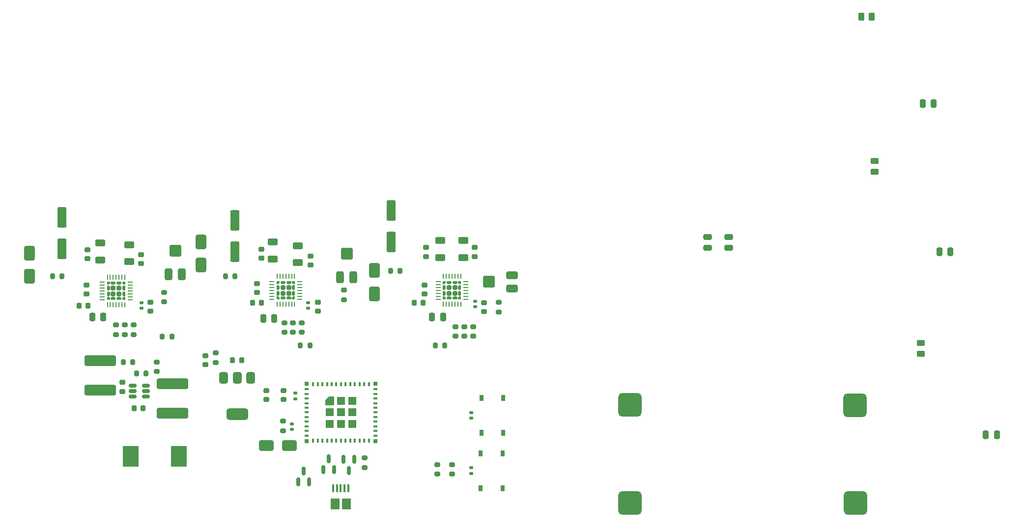
<source format=gbr>
%TF.GenerationSoftware,KiCad,Pcbnew,9.0.0*%
%TF.CreationDate,2025-05-09T16:43:10-07:00*%
%TF.ProjectId,Motor_Controller_Board_v1,4d6f746f-725f-4436-9f6e-74726f6c6c65,v1*%
%TF.SameCoordinates,Original*%
%TF.FileFunction,Paste,Top*%
%TF.FilePolarity,Positive*%
%FSLAX46Y46*%
G04 Gerber Fmt 4.6, Leading zero omitted, Abs format (unit mm)*
G04 Created by KiCad (PCBNEW 9.0.0) date 2025-05-09 16:43:10*
%MOMM*%
%LPD*%
G01*
G04 APERTURE LIST*
G04 Aperture macros list*
%AMRoundRect*
0 Rectangle with rounded corners*
0 $1 Rounding radius*
0 $2 $3 $4 $5 $6 $7 $8 $9 X,Y pos of 4 corners*
0 Add a 4 corners polygon primitive as box body*
4,1,4,$2,$3,$4,$5,$6,$7,$8,$9,$2,$3,0*
0 Add four circle primitives for the rounded corners*
1,1,$1+$1,$2,$3*
1,1,$1+$1,$4,$5*
1,1,$1+$1,$6,$7*
1,1,$1+$1,$8,$9*
0 Add four rect primitives between the rounded corners*
20,1,$1+$1,$2,$3,$4,$5,0*
20,1,$1+$1,$4,$5,$6,$7,0*
20,1,$1+$1,$6,$7,$8,$9,0*
20,1,$1+$1,$8,$9,$2,$3,0*%
%AMFreePoly0*
4,1,19,0.197042,0.235489,0.244234,0.181026,0.255792,0.127896,0.255792,0.037322,0.235489,-0.031824,0.218332,-0.053114,0.053114,-0.218332,-0.010136,-0.252869,-0.037322,-0.255792,-0.127896,-0.255792,-0.197042,-0.235489,-0.244234,-0.181026,-0.255792,-0.127896,-0.255792,0.127896,-0.235489,0.197042,-0.181026,0.244234,-0.127896,0.255792,0.127896,0.255792,0.197042,0.235489,0.197042,0.235489,
$1*%
%AMFreePoly1*
4,1,21,0.065849,0.388965,0.087139,0.371808,0.218332,0.240614,0.252869,0.177364,0.255792,0.150178,0.255792,-0.150178,0.235489,-0.219324,0.218332,-0.240614,0.087139,-0.371808,0.023890,-0.406345,-0.003297,-0.409268,-0.127896,-0.409268,-0.197042,-0.388965,-0.244234,-0.334502,-0.255792,-0.281372,-0.255792,0.281372,-0.235489,0.350518,-0.181026,0.397710,-0.127896,0.409268,-0.003297,0.409268,
0.065849,0.388965,0.065849,0.388965,$1*%
%AMFreePoly2*
4,1,19,0.031824,0.235489,0.053114,0.218332,0.218332,0.053114,0.252869,-0.010136,0.255792,-0.037322,0.255792,-0.127896,0.235489,-0.197042,0.181026,-0.244234,0.127896,-0.255792,-0.127896,-0.255792,-0.197042,-0.235489,-0.244234,-0.181026,-0.255792,-0.127896,-0.255792,0.127896,-0.235489,0.197042,-0.181026,0.244234,-0.127896,0.255792,-0.037322,0.255792,0.031824,0.235489,0.031824,0.235489,
$1*%
%AMFreePoly3*
4,1,21,0.350518,0.235489,0.397710,0.181026,0.409268,0.127896,0.409268,0.003297,0.388965,-0.065849,0.371808,-0.087139,0.240614,-0.218332,0.177364,-0.252869,0.150178,-0.255792,-0.150178,-0.255792,-0.219324,-0.235489,-0.240614,-0.218332,-0.371808,-0.087139,-0.406345,-0.023890,-0.409268,0.003297,-0.409268,0.127896,-0.388965,0.197042,-0.334502,0.244234,-0.281372,0.255792,0.281372,0.255792,
0.350518,0.235489,0.350518,0.235489,$1*%
%AMFreePoly4*
4,1,25,0.252563,0.389951,0.272819,0.373627,0.373627,0.272819,0.406487,0.212641,0.409268,0.186775,0.409268,-0.186775,0.389951,-0.252563,0.373627,-0.272819,0.272819,-0.373627,0.212641,-0.406487,0.186775,-0.409268,-0.186775,-0.409268,-0.252563,-0.389951,-0.272819,-0.373627,-0.373627,-0.272819,-0.406487,-0.212641,-0.409268,-0.186775,-0.409268,0.186775,-0.389951,0.252563,-0.373627,0.272819,
-0.272819,0.373627,-0.212641,0.406487,-0.186775,0.409268,0.186775,0.409268,0.252563,0.389951,0.252563,0.389951,$1*%
%AMFreePoly5*
4,1,21,0.219324,0.235489,0.240614,0.218332,0.371808,0.087139,0.406345,0.023890,0.409268,-0.003297,0.409268,-0.127896,0.388965,-0.197042,0.334502,-0.244234,0.281372,-0.255792,-0.281372,-0.255792,-0.350518,-0.235489,-0.397710,-0.181026,-0.409268,-0.127896,-0.409268,-0.003297,-0.388965,0.065849,-0.371808,0.087139,-0.240614,0.218332,-0.177364,0.252869,-0.150178,0.255792,0.150178,0.255792,
0.219324,0.235489,0.219324,0.235489,$1*%
%AMFreePoly6*
4,1,19,0.197042,0.235489,0.244234,0.181026,0.255792,0.127896,0.255792,-0.127896,0.235489,-0.197042,0.181026,-0.244234,0.127896,-0.255792,0.037322,-0.255792,-0.031824,-0.235489,-0.053114,-0.218332,-0.218332,-0.053114,-0.252869,0.010136,-0.255792,0.037322,-0.255792,0.127896,-0.235489,0.197042,-0.181026,0.244234,-0.127896,0.255792,0.127896,0.255792,0.197042,0.235489,0.197042,0.235489,
$1*%
%AMFreePoly7*
4,1,21,0.197042,0.388965,0.244234,0.334502,0.255792,0.281372,0.255792,-0.281372,0.235489,-0.350518,0.181026,-0.397710,0.127896,-0.409268,0.003297,-0.409268,-0.065849,-0.388965,-0.087139,-0.371808,-0.218332,-0.240614,-0.252869,-0.177364,-0.255792,-0.150178,-0.255792,0.150178,-0.235489,0.219324,-0.218332,0.240614,-0.087139,0.371808,-0.023890,0.406345,0.003297,0.409268,0.127896,0.409268,
0.197042,0.388965,0.197042,0.388965,$1*%
%AMFreePoly8*
4,1,19,0.197042,0.235489,0.244234,0.181026,0.255792,0.127896,0.255792,-0.127896,0.235489,-0.197042,0.181026,-0.244234,0.127896,-0.255792,-0.127896,-0.255792,-0.197042,-0.235489,-0.244234,-0.181026,-0.255792,-0.127896,-0.255792,-0.037322,-0.235489,0.031824,-0.218332,0.053114,-0.053114,0.218332,0.010136,0.252869,0.037322,0.255792,0.127896,0.255792,0.197042,0.235489,0.197042,0.235489,
$1*%
%AMFreePoly9*
4,1,6,0.725000,-0.725000,-0.725000,-0.725000,-0.725000,0.125000,-0.125000,0.725000,0.725000,0.725000,0.725000,-0.725000,0.725000,-0.725000,$1*%
G04 Aperture macros list end*
%ADD10RoundRect,0.200000X0.200000X0.275000X-0.200000X0.275000X-0.200000X-0.275000X0.200000X-0.275000X0*%
%ADD11RoundRect,0.250000X0.400000X0.750000X-0.400000X0.750000X-0.400000X-0.750000X0.400000X-0.750000X0*%
%ADD12RoundRect,0.250000X0.750000X0.750000X-0.750000X0.750000X-0.750000X-0.750000X0.750000X-0.750000X0*%
%ADD13RoundRect,0.225000X-0.250000X0.225000X-0.250000X-0.225000X0.250000X-0.225000X0.250000X0.225000X0*%
%ADD14RoundRect,0.200000X0.275000X-0.200000X0.275000X0.200000X-0.275000X0.200000X-0.275000X-0.200000X0*%
%ADD15RoundRect,0.250000X-1.000000X-0.650000X1.000000X-0.650000X1.000000X0.650000X-1.000000X0.650000X0*%
%ADD16RoundRect,0.225000X-0.225000X-0.250000X0.225000X-0.250000X0.225000X0.250000X-0.225000X0.250000X0*%
%ADD17RoundRect,0.150000X0.150000X-0.587500X0.150000X0.587500X-0.150000X0.587500X-0.150000X-0.587500X0*%
%ADD18R,0.750000X1.000000*%
%ADD19RoundRect,0.250000X0.550000X-1.500000X0.550000X1.500000X-0.550000X1.500000X-0.550000X-1.500000X0*%
%ADD20RoundRect,0.140000X0.170000X-0.140000X0.170000X0.140000X-0.170000X0.140000X-0.170000X-0.140000X0*%
%ADD21RoundRect,0.250000X-0.750000X0.400000X-0.750000X-0.400000X0.750000X-0.400000X0.750000X0.400000X0*%
%ADD22RoundRect,0.250000X-0.750000X0.750000X-0.750000X-0.750000X0.750000X-0.750000X0.750000X0.750000X0*%
%ADD23RoundRect,0.225000X0.250000X-0.225000X0.250000X0.225000X-0.250000X0.225000X-0.250000X-0.225000X0*%
%ADD24RoundRect,0.225000X0.225000X0.250000X-0.225000X0.250000X-0.225000X-0.250000X0.225000X-0.250000X0*%
%ADD25RoundRect,0.250000X0.250000X0.475000X-0.250000X0.475000X-0.250000X-0.475000X0.250000X-0.475000X0*%
%ADD26RoundRect,0.250000X-0.650000X1.000000X-0.650000X-1.000000X0.650000X-1.000000X0.650000X1.000000X0*%
%ADD27RoundRect,0.250000X0.625000X-0.312500X0.625000X0.312500X-0.625000X0.312500X-0.625000X-0.312500X0*%
%ADD28RoundRect,0.200000X-0.200000X-0.275000X0.200000X-0.275000X0.200000X0.275000X-0.200000X0.275000X0*%
%ADD29RoundRect,0.140000X-0.170000X0.140000X-0.170000X-0.140000X0.170000X-0.140000X0.170000X0.140000X0*%
%ADD30RoundRect,0.200000X-0.275000X0.200000X-0.275000X-0.200000X0.275000X-0.200000X0.275000X0.200000X0*%
%ADD31RoundRect,0.250000X2.450000X-0.650000X2.450000X0.650000X-2.450000X0.650000X-2.450000X-0.650000X0*%
%ADD32RoundRect,0.218750X0.256250X-0.218750X0.256250X0.218750X-0.256250X0.218750X-0.256250X-0.218750X0*%
%ADD33RoundRect,0.250000X0.650000X-1.000000X0.650000X1.000000X-0.650000X1.000000X-0.650000X-1.000000X0*%
%ADD34FreePoly0,0.000000*%
%ADD35FreePoly1,0.000000*%
%ADD36FreePoly2,0.000000*%
%ADD37FreePoly3,0.000000*%
%ADD38FreePoly4,0.000000*%
%ADD39FreePoly5,0.000000*%
%ADD40FreePoly6,0.000000*%
%ADD41FreePoly7,0.000000*%
%ADD42FreePoly8,0.000000*%
%ADD43RoundRect,0.062500X-0.387500X-0.062500X0.387500X-0.062500X0.387500X0.062500X-0.387500X0.062500X0*%
%ADD44RoundRect,0.062500X-0.062500X-0.387500X0.062500X-0.387500X0.062500X0.387500X-0.062500X0.387500X0*%
%ADD45R,2.700000X3.600000*%
%ADD46R,0.400000X1.350000*%
%ADD47R,1.500000X1.900000*%
%ADD48RoundRect,0.375000X-0.375000X0.625000X-0.375000X-0.625000X0.375000X-0.625000X0.375000X0.625000X0*%
%ADD49RoundRect,0.500000X-1.400000X0.500000X-1.400000X-0.500000X1.400000X-0.500000X1.400000X0.500000X0*%
%ADD50RoundRect,0.150000X0.512500X0.150000X-0.512500X0.150000X-0.512500X-0.150000X0.512500X-0.150000X0*%
%ADD51RoundRect,0.150000X-0.150000X0.587500X-0.150000X-0.587500X0.150000X-0.587500X0.150000X0.587500X0*%
%ADD52R,0.800000X0.400000*%
%ADD53R,0.400000X0.800000*%
%ADD54FreePoly9,0.000000*%
%ADD55R,1.450000X1.450000*%
%ADD56R,0.700000X0.700000*%
%ADD57RoundRect,0.250000X-0.262500X-0.450000X0.262500X-0.450000X0.262500X0.450000X-0.262500X0.450000X0*%
%ADD58RoundRect,0.250000X-0.450000X0.262500X-0.450000X-0.262500X0.450000X-0.262500X0.450000X0.262500X0*%
%ADD59RoundRect,0.600000X-1.400000X-1.400000X1.400000X-1.400000X1.400000X1.400000X-1.400000X1.400000X0*%
%ADD60RoundRect,0.250000X0.475000X-0.250000X0.475000X0.250000X-0.475000X0.250000X-0.475000X-0.250000X0*%
G04 APERTURE END LIST*
D10*
%TO.C,R417*%
X89140000Y-105840000D03*
X87490000Y-105840000D03*
%TD*%
D11*
%TO.C,RV403*%
X109540000Y-105940000D03*
D12*
X108390000Y-101940000D03*
D11*
X107240000Y-105940000D03*
%TD*%
D13*
%TO.C,C414*%
X72940000Y-102040000D03*
X72940000Y-103590000D03*
%TD*%
%TO.C,C203*%
X69740000Y-124115000D03*
X69740000Y-125665000D03*
%TD*%
D14*
%TO.C,R418*%
X99140000Y-115490000D03*
X99140000Y-113840000D03*
%TD*%
D15*
%TO.C,D303*%
X94490000Y-135040000D03*
X98490000Y-135040000D03*
%TD*%
D16*
%TO.C,C205*%
X88715000Y-120290000D03*
X90265000Y-120290000D03*
%TD*%
D11*
%TO.C,RV402*%
X79990000Y-105440000D03*
D12*
X78840000Y-101440000D03*
D11*
X77690000Y-105440000D03*
%TD*%
D17*
%TO.C,D304*%
X99990000Y-141290000D03*
X101890000Y-141290000D03*
X100940000Y-139415000D03*
%TD*%
D18*
%TO.C,SW301*%
X135340000Y-126840000D03*
X135340000Y-132840000D03*
X131590000Y-126840000D03*
X131590000Y-132840000D03*
%TD*%
D19*
%TO.C,C407*%
X116035000Y-99840000D03*
X116035000Y-94440000D03*
%TD*%
D13*
%TO.C,C424*%
X92940000Y-107065000D03*
X92940000Y-108615000D03*
%TD*%
D20*
%TO.C,C409*%
X73040000Y-111320000D03*
X73040000Y-110360000D03*
%TD*%
D21*
%TO.C,RV401*%
X136840000Y-105590000D03*
D22*
X132840000Y-106740000D03*
D21*
X136840000Y-107890000D03*
%TD*%
D23*
%TO.C,C206*%
X94490000Y-127065000D03*
X94490000Y-125515000D03*
%TD*%
D13*
%TO.C,C413*%
X63670000Y-101210000D03*
X63670000Y-102760000D03*
%TD*%
%TO.C,C418*%
X103390000Y-110290000D03*
X103390000Y-111840000D03*
%TD*%
D24*
%TO.C,C403*%
X121520000Y-110340000D03*
X119970000Y-110340000D03*
%TD*%
D19*
%TO.C,C423*%
X89140000Y-101540000D03*
X89140000Y-96140000D03*
%TD*%
D25*
%TO.C,C420*%
X95890000Y-113090000D03*
X93990000Y-113090000D03*
%TD*%
D26*
%TO.C,D401*%
X113190000Y-104815000D03*
X113190000Y-108815000D03*
%TD*%
D27*
%TO.C,R414*%
X65940000Y-102972500D03*
X65940000Y-100047500D03*
%TD*%
D14*
%TO.C,R415*%
X68640000Y-115840000D03*
X68640000Y-114190000D03*
%TD*%
D28*
%TO.C,R419*%
X100390000Y-117740000D03*
X102040000Y-117740000D03*
%TD*%
D14*
%TO.C,R411*%
X70140000Y-115840000D03*
X70140000Y-114190000D03*
%TD*%
D13*
%TO.C,C402*%
X132020000Y-110340000D03*
X132020000Y-111890000D03*
%TD*%
D10*
%TO.C,R402*%
X117595000Y-104840000D03*
X115945000Y-104840000D03*
%TD*%
D14*
%TO.C,R403*%
X128640000Y-116165000D03*
X128640000Y-114515000D03*
%TD*%
D29*
%TO.C,C304*%
X98912000Y-131290000D03*
X98912000Y-132250000D03*
%TD*%
D19*
%TO.C,C415*%
X59340000Y-101040000D03*
X59340000Y-95640000D03*
%TD*%
D30*
%TO.C,R407*%
X76940000Y-108590000D03*
X76940000Y-110240000D03*
%TD*%
%TO.C,R203*%
X75640000Y-120615000D03*
X75640000Y-122265000D03*
%TD*%
D31*
%TO.C,C204*%
X78340000Y-129440000D03*
X78340000Y-124340000D03*
%TD*%
D30*
%TO.C,R412*%
X107940000Y-108190000D03*
X107940000Y-109840000D03*
%TD*%
D20*
%TO.C,C401*%
X130520000Y-111070000D03*
X130520000Y-110110000D03*
%TD*%
D30*
%TO.C,R201*%
X85840000Y-119050000D03*
X85840000Y-120700000D03*
%TD*%
D32*
%TO.C,D201*%
X83990000Y-121077500D03*
X83990000Y-119502500D03*
%TD*%
D30*
%TO.C,R302*%
X126490000Y-138290000D03*
X126490000Y-139940000D03*
%TD*%
D27*
%TO.C,R421*%
X95640000Y-102840000D03*
X95640000Y-99915000D03*
%TD*%
D25*
%TO.C,C412*%
X66420000Y-112840000D03*
X64520000Y-112840000D03*
%TD*%
D33*
%TO.C,D402*%
X53740000Y-105840000D03*
X53740000Y-101840000D03*
%TD*%
D28*
%TO.C,R202*%
X69890000Y-120590000D03*
X71540000Y-120590000D03*
%TD*%
D31*
%TO.C,C202*%
X65940000Y-125440000D03*
X65940000Y-120340000D03*
%TD*%
D33*
%TO.C,D403*%
X83270000Y-103840000D03*
X83270000Y-99840000D03*
%TD*%
D27*
%TO.C,R404*%
X128520000Y-102552500D03*
X128520000Y-99627500D03*
%TD*%
D13*
%TO.C,C421*%
X93640000Y-101135000D03*
X93640000Y-102685000D03*
%TD*%
D30*
%TO.C,R401*%
X134540000Y-110315000D03*
X134540000Y-111965000D03*
%TD*%
D34*
%TO.C,U401*%
X125207500Y-106927500D03*
D35*
X125207500Y-107740000D03*
X125207500Y-108740000D03*
D36*
X125207500Y-109552500D03*
D37*
X126020000Y-106927500D03*
D38*
X126020000Y-107740000D03*
X126020000Y-108740000D03*
D39*
X126020000Y-109552500D03*
D37*
X127020000Y-106927500D03*
D38*
X127020000Y-107740000D03*
X127020000Y-108740000D03*
D39*
X127020000Y-109552500D03*
D40*
X127832500Y-106927500D03*
D41*
X127832500Y-107740000D03*
X127832500Y-108740000D03*
D42*
X127832500Y-109552500D03*
D43*
X124120000Y-106740000D03*
X124120000Y-107240000D03*
X124120000Y-107740000D03*
X124120000Y-108240000D03*
X124120000Y-108740000D03*
X124120000Y-109240000D03*
X124120000Y-109740000D03*
D44*
X125020000Y-110640000D03*
X125520000Y-110640000D03*
X126020000Y-110640000D03*
X126520000Y-110640000D03*
X127020000Y-110640000D03*
X127520000Y-110640000D03*
X128020000Y-110640000D03*
D43*
X128920000Y-109740000D03*
X128920000Y-109240000D03*
X128920000Y-108740000D03*
X128920000Y-108240000D03*
X128920000Y-107740000D03*
X128920000Y-107240000D03*
X128920000Y-106740000D03*
D44*
X128020000Y-105840000D03*
X127520000Y-105840000D03*
X127020000Y-105840000D03*
X126520000Y-105840000D03*
X126020000Y-105840000D03*
X125520000Y-105840000D03*
X125020000Y-105840000D03*
%TD*%
D30*
%TO.C,R303*%
X123980000Y-138290000D03*
X123980000Y-139940000D03*
%TD*%
D45*
%TO.C,L201*%
X71190000Y-136890000D03*
X79490000Y-136890000D03*
%TD*%
D24*
%TO.C,C411*%
X63815000Y-110840000D03*
X62265000Y-110840000D03*
%TD*%
D27*
%TO.C,R420*%
X99930000Y-103440000D03*
X99930000Y-100515000D03*
%TD*%
D46*
%TO.C,J302*%
X106040000Y-142415000D03*
X106690000Y-142415000D03*
X107340000Y-142415000D03*
X107990000Y-142415000D03*
X108640000Y-142415000D03*
D47*
X106340000Y-145115000D03*
X108340000Y-145115000D03*
%TD*%
D29*
%TO.C,C301*%
X99500000Y-125985000D03*
X99500000Y-126945000D03*
%TD*%
D24*
%TO.C,C419*%
X93690000Y-110340000D03*
X92140000Y-110340000D03*
%TD*%
D25*
%TO.C,C404*%
X124970000Y-112840000D03*
X123070000Y-112840000D03*
%TD*%
D14*
%TO.C,R304*%
X111490000Y-138790000D03*
X111490000Y-137140000D03*
%TD*%
D48*
%TO.C,U202*%
X91790000Y-123290000D03*
X89490000Y-123290000D03*
D49*
X89490000Y-129590000D03*
D48*
X87190000Y-123290000D03*
%TD*%
D16*
%TO.C,C201*%
X71715000Y-128540000D03*
X73265000Y-128540000D03*
%TD*%
D29*
%TO.C,C303*%
X129840000Y-129340000D03*
X129840000Y-130300000D03*
%TD*%
D13*
%TO.C,C405*%
X122070000Y-100835000D03*
X122070000Y-102385000D03*
%TD*%
%TO.C,C416*%
X63520000Y-107290000D03*
X63520000Y-108840000D03*
%TD*%
D29*
%TO.C,C305*%
X129840000Y-138840000D03*
X129840000Y-139800000D03*
%TD*%
D14*
%TO.C,R423*%
X100640000Y-115490000D03*
X100640000Y-113840000D03*
%TD*%
D27*
%TO.C,R413*%
X70940000Y-103277500D03*
X70940000Y-100352500D03*
%TD*%
D13*
%TO.C,C406*%
X130460000Y-100845000D03*
X130460000Y-102395000D03*
%TD*%
D34*
%TO.C,U403*%
X96577500Y-106927500D03*
D35*
X96577500Y-107740000D03*
X96577500Y-108740000D03*
D36*
X96577500Y-109552500D03*
D37*
X97390000Y-106927500D03*
D38*
X97390000Y-107740000D03*
X97390000Y-108740000D03*
D39*
X97390000Y-109552500D03*
D37*
X98390000Y-106927500D03*
D38*
X98390000Y-107740000D03*
X98390000Y-108740000D03*
D39*
X98390000Y-109552500D03*
D40*
X99202500Y-106927500D03*
D41*
X99202500Y-107740000D03*
X99202500Y-108740000D03*
D42*
X99202500Y-109552500D03*
D43*
X95490000Y-106740000D03*
X95490000Y-107240000D03*
X95490000Y-107740000D03*
X95490000Y-108240000D03*
X95490000Y-108740000D03*
X95490000Y-109240000D03*
X95490000Y-109740000D03*
D44*
X96390000Y-110640000D03*
X96890000Y-110640000D03*
X97390000Y-110640000D03*
X97890000Y-110640000D03*
X98390000Y-110640000D03*
X98890000Y-110640000D03*
X99390000Y-110640000D03*
D43*
X100290000Y-109740000D03*
X100290000Y-109240000D03*
X100290000Y-108740000D03*
X100290000Y-108240000D03*
X100290000Y-107740000D03*
X100290000Y-107240000D03*
X100290000Y-106740000D03*
D44*
X99390000Y-105840000D03*
X98890000Y-105840000D03*
X98390000Y-105840000D03*
X97890000Y-105840000D03*
X97390000Y-105840000D03*
X96890000Y-105840000D03*
X96390000Y-105840000D03*
%TD*%
D10*
%TO.C,R409*%
X125290000Y-117740000D03*
X123640000Y-117740000D03*
%TD*%
D34*
%TO.C,U402*%
X67327500Y-107027500D03*
D35*
X67327500Y-107840000D03*
X67327500Y-108840000D03*
D36*
X67327500Y-109652500D03*
D37*
X68140000Y-107027500D03*
D38*
X68140000Y-107840000D03*
X68140000Y-108840000D03*
D39*
X68140000Y-109652500D03*
D37*
X69140000Y-107027500D03*
D38*
X69140000Y-107840000D03*
X69140000Y-108840000D03*
D39*
X69140000Y-109652500D03*
D40*
X69952500Y-107027500D03*
D41*
X69952500Y-107840000D03*
X69952500Y-108840000D03*
D42*
X69952500Y-109652500D03*
D43*
X66240000Y-106840000D03*
X66240000Y-107340000D03*
X66240000Y-107840000D03*
X66240000Y-108340000D03*
X66240000Y-108840000D03*
X66240000Y-109340000D03*
X66240000Y-109840000D03*
D44*
X67140000Y-110740000D03*
X67640000Y-110740000D03*
X68140000Y-110740000D03*
X68640000Y-110740000D03*
X69140000Y-110740000D03*
X69640000Y-110740000D03*
X70140000Y-110740000D03*
D43*
X71040000Y-109840000D03*
X71040000Y-109340000D03*
X71040000Y-108840000D03*
X71040000Y-108340000D03*
X71040000Y-107840000D03*
X71040000Y-107340000D03*
X71040000Y-106840000D03*
D44*
X70140000Y-105940000D03*
X69640000Y-105940000D03*
X69140000Y-105940000D03*
X68640000Y-105940000D03*
X68140000Y-105940000D03*
X67640000Y-105940000D03*
X67140000Y-105940000D03*
%TD*%
D13*
%TO.C,C422*%
X102140000Y-102290000D03*
X102140000Y-103840000D03*
%TD*%
D14*
%TO.C,R422*%
X97640000Y-115490000D03*
X97640000Y-113840000D03*
%TD*%
D50*
%TO.C,U201*%
X73765000Y-126540000D03*
X73765000Y-125590000D03*
X73765000Y-124640000D03*
X71490000Y-124640000D03*
X71490000Y-125590000D03*
X71490000Y-126540000D03*
%TD*%
D51*
%TO.C,D302*%
X109690000Y-137415000D03*
X107790000Y-137415000D03*
X108740000Y-139290000D03*
%TD*%
D28*
%TO.C,R424*%
X76615000Y-116240000D03*
X78265000Y-116240000D03*
%TD*%
D52*
%TO.C,U301*%
X101490000Y-125290000D03*
X101490000Y-126090000D03*
X101490000Y-126890000D03*
X101490000Y-127690000D03*
X101490000Y-128490000D03*
X101490000Y-129290000D03*
X101490000Y-130090000D03*
X101490000Y-130890000D03*
X101490000Y-131690000D03*
X101490000Y-132490000D03*
X101490000Y-133290000D03*
D53*
X102590000Y-134190000D03*
X103390000Y-134190000D03*
X104190000Y-134190000D03*
X104990000Y-134190000D03*
X105790000Y-134190000D03*
X106590000Y-134190000D03*
X107390000Y-134190000D03*
X108190000Y-134190000D03*
X108990000Y-134190000D03*
X109790000Y-134190000D03*
X110590000Y-134190000D03*
X111390000Y-134190000D03*
X112190000Y-134190000D03*
D52*
X113290000Y-133290000D03*
X113290000Y-132490000D03*
X113290000Y-131690000D03*
X113290000Y-130890000D03*
X113290000Y-130090000D03*
X113290000Y-129290000D03*
X113290000Y-128490000D03*
X113290000Y-127690000D03*
X113290000Y-126890000D03*
X113290000Y-126090000D03*
X113290000Y-125290000D03*
D53*
X112190000Y-124390000D03*
X111390000Y-124390000D03*
X110590000Y-124390000D03*
X109790000Y-124390000D03*
X108990000Y-124390000D03*
X108190000Y-124390000D03*
X107390000Y-124390000D03*
X106590000Y-124390000D03*
X105790000Y-124390000D03*
X104990000Y-124390000D03*
X104190000Y-124390000D03*
X103390000Y-124390000D03*
X102590000Y-124390000D03*
D54*
X105415000Y-127315000D03*
D55*
X105415000Y-129290000D03*
X105415000Y-131265000D03*
X107390000Y-127315000D03*
X107390000Y-129290000D03*
X107390000Y-131265000D03*
X109365000Y-127315000D03*
X109365000Y-129290000D03*
X109365000Y-131265000D03*
D56*
X113340000Y-124340000D03*
X113340000Y-134240000D03*
X101440000Y-134240000D03*
X101440000Y-124340000D03*
%TD*%
D23*
%TO.C,C302*%
X97490000Y-127065000D03*
X97490000Y-125515000D03*
%TD*%
D28*
%TO.C,R204*%
X72165000Y-122540000D03*
X73815000Y-122540000D03*
%TD*%
D14*
%TO.C,R301*%
X97412000Y-132440000D03*
X97412000Y-130790000D03*
%TD*%
%TO.C,R416*%
X71640000Y-115840000D03*
X71640000Y-114190000D03*
%TD*%
D27*
%TO.C,R405*%
X124520000Y-102552500D03*
X124520000Y-99627500D03*
%TD*%
D14*
%TO.C,R408*%
X130140000Y-116165000D03*
X130140000Y-114515000D03*
%TD*%
D18*
%TO.C,SW302*%
X135215000Y-136340000D03*
X135215000Y-142340000D03*
X131465000Y-136340000D03*
X131465000Y-142340000D03*
%TD*%
D13*
%TO.C,C410*%
X74520000Y-110290000D03*
X74520000Y-111840000D03*
%TD*%
D20*
%TO.C,C417*%
X101740000Y-111320000D03*
X101740000Y-110360000D03*
%TD*%
D13*
%TO.C,C408*%
X121770000Y-107290000D03*
X121770000Y-108840000D03*
%TD*%
D14*
%TO.C,R406*%
X127160000Y-116165000D03*
X127160000Y-114515000D03*
%TD*%
D10*
%TO.C,R410*%
X59345000Y-105840000D03*
X57695000Y-105840000D03*
%TD*%
D17*
%TO.C,D301*%
X104340000Y-139165000D03*
X106240000Y-139165000D03*
X105290000Y-137290000D03*
%TD*%
D57*
%TO.C,REF\u002A\u002A*%
X197047500Y-61007500D03*
X198872500Y-61007500D03*
%TD*%
D58*
%TO.C,REF\u002A\u002A*%
X207322500Y-117345000D03*
X207322500Y-119170000D03*
%TD*%
D25*
%TO.C,C8*%
X220399750Y-133185500D03*
X218499750Y-133185500D03*
%TD*%
D59*
%TO.C,U4*%
X157160000Y-128025000D03*
X157210000Y-144900000D03*
X195960000Y-128100000D03*
X196010000Y-144900000D03*
%TD*%
D60*
%TO.C,C1*%
X170562500Y-100897500D03*
X170562500Y-98997500D03*
%TD*%
D25*
%TO.C,C6*%
X209534500Y-75997500D03*
X207634500Y-75997500D03*
%TD*%
D60*
%TO.C,C5*%
X174172500Y-100917500D03*
X174172500Y-99017500D03*
%TD*%
D25*
%TO.C,C7*%
X212390500Y-101541500D03*
X210490500Y-101541500D03*
%TD*%
D58*
%TO.C,REF\u002A\u002A*%
X199322500Y-85945000D03*
X199322500Y-87770000D03*
%TD*%
M02*

</source>
